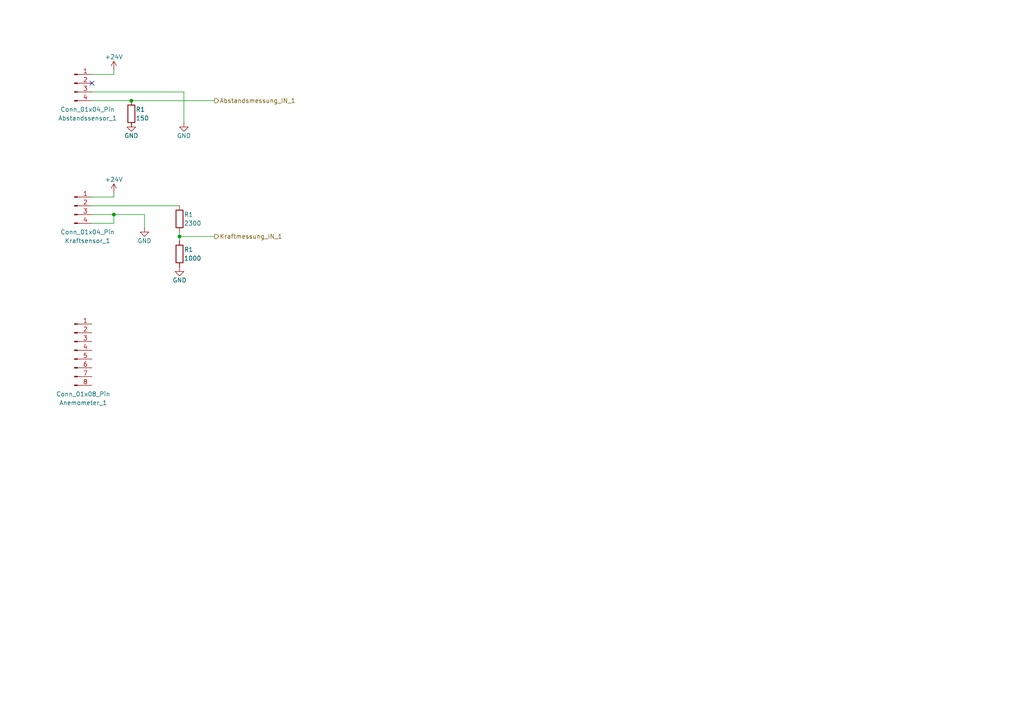
<source format=kicad_sch>
(kicad_sch (version 20230121) (generator eeschema)
  (paper "A4")
  (lib_symbols
    (symbol "Connector:Conn_01x04_Pin" (pin_names (offset 1.016) hide)
      (property "Reference" "J" (at 0 5.08 0))
      (property "Value" "Conn_01x04_Pin" (at 0 -7.62 0))
      (symbol "Conn_01x04_Pin_1_1"
        (polyline (pts (xy 1.27 -5.08) (xy 0.8636 -5.08)) (stroke (width 0.1524)))
        (polyline (pts (xy 1.27 -2.54) (xy 0.8636 -2.54)) (stroke (width 0.1524)))
        (polyline (pts (xy 1.27 0) (xy 0.8636 0)) (stroke (width 0.1524)))
        (polyline (pts (xy 1.27 2.54) (xy 0.8636 2.54)) (stroke (width 0.1524)))
        (rectangle (start 0.8636 -4.953) (end 0 -5.207) (stroke (width 0.1524)) (fill (type outline)))
        (rectangle (start 0.8636 -2.413) (end 0 -2.667) (stroke (width 0.1524)) (fill (type outline)))
        (rectangle (start 0.8636 0.127) (end 0 -0.127) (stroke (width 0.1524)) (fill (type outline)))
        (rectangle (start 0.8636 2.667) (end 0 2.413) (stroke (width 0.1524)) (fill (type outline)))
        (pin passive line (at 5.08 2.54 180) (length 3.81) (name "Pin_1") (number "1"))
        (pin passive line (at 5.08 0 180) (length 3.81) (name "Pin_2") (number "2"))
        (pin passive line (at 5.08 -2.54 180) (length 3.81) (name "Pin_3") (number "3"))
        (pin passive line (at 5.08 -5.08 180) (length 3.81) (name "Pin_4") (number "4"))
      )
    )
    (symbol "Connector:Conn_01x08_Pin" (pin_names (offset 1.016) hide)
      (property "Reference" "J" (at 0 10.16 0))
      (property "Value" "Conn_01x08_Pin" (at 0 -12.7 0))
      (symbol "Conn_01x08_Pin_1_1"
        (polyline (pts (xy 1.27 -10.16) (xy 0.8636 -10.16)) (stroke (width 0.1524)))
        (polyline (pts (xy 1.27 -7.62) (xy 0.8636 -7.62)) (stroke (width 0.1524)))
        (polyline (pts (xy 1.27 -5.08) (xy 0.8636 -5.08)) (stroke (width 0.1524)))
        (polyline (pts (xy 1.27 -2.54) (xy 0.8636 -2.54)) (stroke (width 0.1524)))
        (polyline (pts (xy 1.27 0) (xy 0.8636 0)) (stroke (width 0.1524)))
        (polyline (pts (xy 1.27 2.54) (xy 0.8636 2.54)) (stroke (width 0.1524)))
        (polyline (pts (xy 1.27 5.08) (xy 0.8636 5.08)) (stroke (width 0.1524)))
        (polyline (pts (xy 1.27 7.62) (xy 0.8636 7.62)) (stroke (width 0.1524)))
        (rectangle (start 0.8636 -10.033) (end 0 -10.287) (stroke (width 0.1524)) (fill (type outline)))
        (rectangle (start 0.8636 -7.493) (end 0 -7.747) (stroke (width 0.1524)) (fill (type outline)))
        (rectangle (start 0.8636 -4.953) (end 0 -5.207) (stroke (width 0.1524)) (fill (type outline)))
        (rectangle (start 0.8636 -2.413) (end 0 -2.667) (stroke (width 0.1524)) (fill (type outline)))
        (rectangle (start 0.8636 0.127) (end 0 -0.127) (stroke (width 0.1524)) (fill (type outline)))
        (rectangle (start 0.8636 2.667) (end 0 2.413) (stroke (width 0.1524)) (fill (type outline)))
        (rectangle (start 0.8636 5.207) (end 0 4.953) (stroke (width 0.1524)) (fill (type outline)))
        (rectangle (start 0.8636 7.747) (end 0 7.493) (stroke (width 0.1524)) (fill (type outline)))
        (pin passive line (at 5.08 7.62 180) (length 3.81) (name "Pin_1") (number "1"))
        (pin passive line (at 5.08 5.08 180) (length 3.81) (name "Pin_2") (number "2"))
        (pin passive line (at 5.08 2.54 180) (length 3.81) (name "Pin_3") (number "3"))
        (pin passive line (at 5.08 0 180) (length 3.81) (name "Pin_4") (number "4"))
        (pin passive line (at 5.08 -2.54 180) (length 3.81) (name "Pin_5") (number "5"))
        (pin passive line (at 5.08 -5.08 180) (length 3.81) (name "Pin_6") (number "6"))
        (pin passive line (at 5.08 -7.62 180) (length 3.81) (name "Pin_7") (number "7"))
        (pin passive line (at 5.08 -10.16 180) (length 3.81) (name "Pin_8") (number "8"))
      )
    )
    (symbol "Device:R" (pin_numbers hide) (pin_names (offset 0))
      (property "Reference" "R" (at 2.032 0 90))
      (property "Value" "R" (at 0 0 90))
      (symbol "R_0_1"
        (rectangle (start -1.016 -2.54) (end 1.016 2.54) (stroke (width 0.254)))
      )
      (symbol "R_1_1"
        (pin passive line (at 0 3.81 270) (length 1.27) (name "~") (number "1"))
        (pin passive line (at 0 -3.81 90) (length 1.27) (name "~") (number "2"))
      )
    )
    (symbol "power:+24V" (power) (pin_names (offset 0))
      (property "Value" "+24V" (at 0 3.556 0))
      (symbol "+24V_0_1"
        (polyline (pts (xy -0.762 1.27) (xy 0 2.54)))
        (polyline (pts (xy 0 0) (xy 0 2.54)))
        (polyline (pts (xy 0 2.54) (xy 0.762 1.27)))
      )
      (symbol "+24V_1_1"
        (pin power_in line (at 0 0 90) (length 0) hide (name "+24V") (number "1"))
      )
    )
    (symbol "power:GND" (power) (pin_names (offset 0))
      (property "Value" "GND" (at 0 -3.81 0))
      (symbol "GND_0_1"
        (polyline (pts (xy 0 0) (xy 0 -1.27) (xy 1.27 -1.27) (xy 0 -2.54) (xy -1.27 -1.27) (xy 0 -1.27)))
      )
      (symbol "GND_1_1"
        (pin power_in line (at 0 0 270) (length 0) hide (name "GND") (number "1"))
      )
    )
  )
  (junction (at 33.02 62.23))
  (junction (at 52.07 68.58))
  (junction (at 38.1 29.21))
  (no_connect (at 26.67 24.13))
  (wire (pts (xy 33.02 62.23) (xy 33.02 64.77)))
  (wire (pts (xy 38.1 35.56) (xy 38.1 36.83)))
  (wire (pts (xy 26.67 64.77) (xy 33.02 64.77)))
  (wire (pts (xy 52.07 68.58) (xy 62.23 68.58)))
  (wire (pts (xy 26.67 26.67) (xy 53.34 26.67)))
  (wire (pts (xy 41.91 62.23) (xy 41.91 66.04)))
  (wire (pts (xy 26.67 62.23) (xy 33.02 62.23)))
  (wire (pts (xy 52.07 68.58) (xy 52.07 69.85)))
  (wire (pts (xy 53.34 26.67) (xy 53.34 35.56)))
  (wire (pts (xy 33.02 62.23) (xy 41.91 62.23)))
  (wire (pts (xy 52.07 67.31) (xy 52.07 68.58)))
  (wire (pts (xy 33.02 57.15) (xy 33.02 55.88)))
  (wire (pts (xy 26.67 57.15) (xy 33.02 57.15)))
  (wire (pts (xy 33.02 21.59) (xy 33.02 20.32)))
  (wire (pts (xy 38.1 29.21) (xy 62.23 29.21)))
  (wire (pts (xy 33.02 21.59) (xy 26.67 21.59)))
  (wire (pts (xy 26.67 59.69) (xy 52.07 59.69)))
  (wire (pts (xy 26.67 29.21) (xy 38.1 29.21)))
  (hierarchical_label "Kraftmessung_IN_1" (shape output) (at 62.23 68.58 0))
  (hierarchical_label "Abstandsmessung_IN_1" (shape output) (at 62.23 29.21 0))
  (symbol (lib_id "power:GND") (at 38.1 35.56 0) (unit 1)
    (property "Reference" "#PWR08" (effects hide))
    (property "Value" "GND" (at 38.1 39.37 0))
  )
  (symbol (lib_id "power:GND") (at 41.91 66.04 0) (unit 1)
    (property "Reference" "#PWR09" (effects hide))
    (property "Value" "GND" (at 41.91 69.85 0))
    (instances (project "STM32_F439ZI_Shield" (path "" (reference "#PWR09") (unit 1)) (path "" (reference "#PWR010") (unit 1))))
  )
  (symbol (lib_id "Connector:Conn_01x04_Pin") (at 21.59 59.69 0) (unit 1)
    (property "Reference" "Kraftsensor_1" (at 25.4 69.85 0))
    (property "Value" "Conn_01x04_Pin" (at 25.4 67.31 0))
  )
  (symbol (lib_id "power:+24V") (at 33.02 20.32 0) (unit 1)
    (property "Reference" "#PWR07" (effects hide))
    (property "Value" "+24V" (at 33.02 16.51 0))
  )
  (symbol (lib_id "power:+24V") (at 33.02 55.88 0) (unit 1)
    (property "Reference" "#PWR07" (effects hide))
    (property "Value" "+24V" (at 33.02 52.07 0))
    (instances (project "STM32_F439ZI_Shield" (path "" (reference "#PWR07") (unit 1)) (path "" (reference "#PWR011") (unit 1))))
  )
  (symbol (lib_id "Connector:Conn_01x08_Pin") (at 21.59 101.6 0) (unit 1)
    (property "Reference" "Anemometer_1" (at 24.13 116.84 0))
    (property "Value" "Conn_01x08_Pin" (at 24.13 114.3 0))
  )
  (symbol (lib_id "Device:R") (at 52.07 63.5 0) (unit 1)
    (property "Reference" "R1" (at 53.34 62.23 0) (effects (justify left)))
    (property "Value" "2300" (at 53.34 64.77 0) (effects (justify left)))
    (property "Footprint" "Resistor_SMD:R_0201_0603Metric" (effects hide))
    (instances (project "STM32_F439ZI_Shield" (path "" (reference "R1") (unit 1)) (path "" (reference "R2") (unit 1))))
  )
  (symbol (lib_id "Device:R") (at 38.1 33.02 0) (unit 1)
    (property "Reference" "R1" (at 39.37 31.75 0) (effects (justify left)))
    (property "Value" "150" (at 39.37 34.29 0) (effects (justify left)))
    (property "Footprint" "Resistor_SMD:R_0201_0603Metric" (effects hide))
  )
  (symbol (lib_id "power:GND") (at 53.34 35.56 0) (unit 1)
    (property "Reference" "#PWR09" (effects hide))
    (property "Value" "GND" (at 53.34 39.37 0))
  )
  (symbol (lib_id "Device:R") (at 52.07 73.66 0) (unit 1)
    (property "Reference" "R1" (at 53.34 72.39 0) (effects (justify left)))
    (property "Value" "1000" (at 53.34 74.93 0) (effects (justify left)))
    (property "Footprint" "Resistor_SMD:R_0201_0603Metric" (effects hide))
    (instances (project "STM32_F439ZI_Shield" (path "" (reference "R1") (unit 1)) (path "" (reference "R3") (unit 1))))
  )
  (symbol (lib_id "Connector:Conn_01x04_Pin") (at 21.59 24.13 0) (unit 1)
    (property "Reference" "Abstandssensor_1" (at 25.4 34.29 0))
    (property "Value" "Conn_01x04_Pin" (at 25.4 31.75 0))
    (property "Footprint" "Connector:FanPinHeader_1x04_P2.54mm_Vertical" (effects hide))
  )
  (symbol (lib_id "power:GND") (at 52.07 77.47 0) (unit 1)
    (property "Reference" "#PWR09" (effects hide))
    (property "Value" "GND" (at 52.07 81.28 0))
    (instances (project "STM32_F439ZI_Shield" (path "" (reference "#PWR09") (unit 1)) (path "" (reference "#PWR012") (unit 1))))
  )
)
</source>
